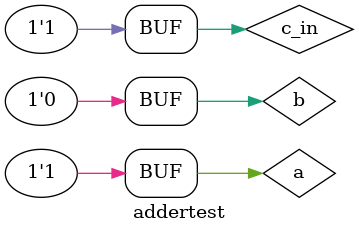
<source format=v>



module addertest;
reg a,b,c_in;
wire sum,c_out;
adderfull F1(a,b,c_in,sum,c_out);
initial
begin
a=0;b=1;c_in=1;
#40;
a=1;b=0;c_in=1;
#40;
a=1;b=0;c_in=1;
#40;
end   
endmodule

</source>
